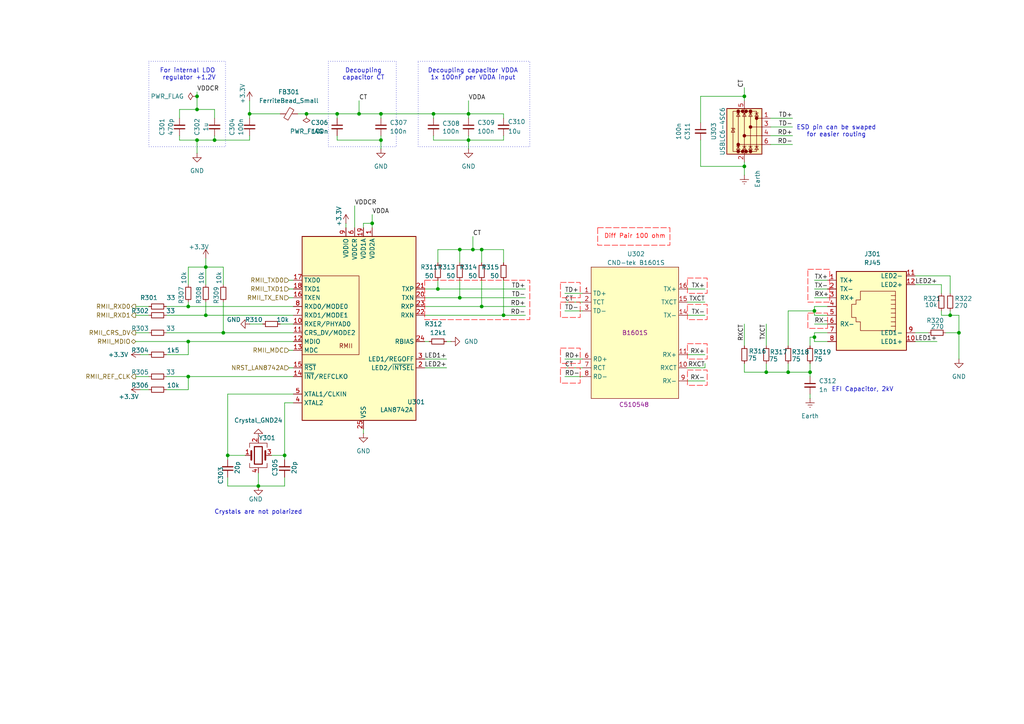
<source format=kicad_sch>
(kicad_sch (version 20231120) (generator "eeschema") (generator_version "8.0")
  (paper "A4")
  (lib_symbols
    (symbol "Connector:RJ45" (pin_names (offset 1.016))
      (property "Reference" "J1" (at 2.2225 -15.24 0))
      (property "Value" "RJ45" (at 2.2225 -12.7 0))
      (symbol "RJ45_0_1"
        (rectangle (start -7.62 12.7) (end 12.7 -10.16) (stroke (width 0.254)) (fill (type background)))
        (polyline (pts (xy -3.175 4.445) (xy -4.445 4.445)))
        (polyline (pts (xy -3.175 5.715) (xy -4.445 5.715)))
        (polyline (pts (xy -4.445 -3.175) (xy -3.175 -3.175) (xy -3.175 -3.175)))
        (polyline (pts (xy -4.445 -1.905) (xy -3.175 -1.905) (xy -3.175 -1.905)))
        (polyline (pts (xy -4.445 -0.635) (xy -3.175 -0.635) (xy -3.175 -0.635)))
        (polyline (pts (xy -4.445 0.635) (xy -3.175 0.635) (xy -3.175 0.635)))
        (polyline (pts (xy -4.445 1.905) (xy -3.175 1.905) (xy -3.175 1.905)))
        (polyline (pts (xy -3.175 3.175) (xy -4.445 3.175) (xy -4.445 3.175)))
        (polyline (pts (xy -4.445 -4.445) (xy -4.445 6.985) (xy 5.715 6.985) (xy 5.715 4.445) (xy 6.985 4.445) (xy 6.985 3.175) (xy 8.255 3.175) (xy 8.255 -0.635) (xy 6.985 -0.635) (xy 6.985 -1.905) (xy 5.715 -1.905) (xy 5.715 -4.445) (xy -4.445 -4.445) (xy -4.445 -4.445)))
      )
      (symbol "RJ45_1_1"
        (pin input line (at 15.24 -7.62 180) (length 2.54) (name "TX+") (number "1"))
        (pin bidirectional line (at -10.16 10.16 0) (length 2.54) (name "LED1+") (number "10"))
        (pin bidirectional line (at -10.16 -8.89 0) (length 2.54) (name "LED2-") (number "11"))
        (pin bidirectional line (at -10.16 -6.35 0) (length 2.54) (name "LED2+") (number "12"))
        (pin input line (at 15.24 -5.08 180) (length 2.54) (name "TX-") (number "2"))
        (pin output line (at 15.24 -2.54 180) (length 2.54) (name "RX+") (number "3"))
        (pin bidirectional line (at 15.24 0 180) (length 2.54) (name "~") (number "4"))
        (pin bidirectional line (at 15.24 2.54 180) (length 2.54) (name "~") (number "5"))
        (pin output line (at 15.24 5.08 180) (length 2.54) (name "RX-") (number "6"))
        (pin tri_state line (at 15.24 7.62 180) (length 2.54) (name "~") (number "7"))
        (pin bidirectional line (at 15.24 10.16 180) (length 2.54) (name "~") (number "8"))
        (pin bidirectional line (at -10.16 7.62 0) (length 2.54) (name "LED1-") (number "9"))
      )
    )
    (symbol "Device:C_Small" (pin_numbers hide) (pin_names (offset 0.254) hide)
      (property "Reference" "C" (at 0.254 1.778 0))
      (property "Value" "C_Small" (at 0.254 -2.032 0))
      (symbol "C_Small_0_1"
        (polyline (pts (xy -1.524 -0.508) (xy 1.524 -0.508)) (stroke (width 0.3302)))
        (polyline (pts (xy -1.524 0.508) (xy 1.524 0.508)) (stroke (width 0.3048)))
      )
      (symbol "C_Small_1_1"
        (pin passive line (at 0 2.54 270) (length 2.032) (name "~") (number "1"))
        (pin passive line (at 0 -2.54 90) (length 2.032) (name "~") (number "2"))
      )
    )
    (symbol "Device:Crystal_GND24" (pin_names (offset 1.016) hide)
      (property "Reference" "Y" (at 3.175 5.08 0))
      (property "Value" "Crystal_GND24" (at 3.175 3.175 0))
      (symbol "Crystal_GND24_0_1"
        (rectangle (start -1.143 2.54) (end 1.143 -2.54) (stroke (width 0.3048)))
        (polyline (pts (xy -2.54 0) (xy -2.032 0)))
        (polyline (pts (xy -2.032 -1.27) (xy -2.032 1.27)) (stroke (width 0.508)))
        (polyline (pts (xy 0 -3.81) (xy 0 -3.556)))
        (polyline (pts (xy 0 3.556) (xy 0 3.81)))
        (polyline (pts (xy 2.032 -1.27) (xy 2.032 1.27)) (stroke (width 0.508)))
        (polyline (pts (xy 2.032 0) (xy 2.54 0)))
        (polyline (pts (xy -2.54 -2.286) (xy -2.54 -3.556) (xy 2.54 -3.556) (xy 2.54 -2.286)))
        (polyline (pts (xy -2.54 2.286) (xy -2.54 3.556) (xy 2.54 3.556) (xy 2.54 2.286)))
      )
      (symbol "Crystal_GND24_1_1"
        (pin passive line (at -3.81 0 0) (length 1.27) (name "1") (number "1"))
        (pin passive line (at 0 5.08 270) (length 1.27) (name "2") (number "2"))
        (pin passive line (at 3.81 0 180) (length 1.27) (name "3") (number "3"))
        (pin passive line (at 0 -5.08 90) (length 1.27) (name "4") (number "4"))
      )
    )
    (symbol "Device:FerriteBead_Small" (pin_numbers hide) (pin_names (offset 0))
      (property "Reference" "FB" (at 1.905 1.27 0))
      (property "Value" "FerriteBead_Small" (at 1.905 -1.27 0))
      (symbol "FerriteBead_Small_0_1"
        (polyline (pts (xy 0 -1.27) (xy 0 -0.7874)))
        (polyline (pts (xy 0 0.889) (xy 0 1.2954)))
        (polyline (pts (xy -1.8288 0.2794) (xy -1.1176 1.4986) (xy 1.8288 -0.2032) (xy 1.1176 -1.4224) (xy -1.8288 0.2794)))
      )
      (symbol "FerriteBead_Small_1_1"
        (pin passive line (at 0 2.54 270) (length 1.27) (name "~") (number "1"))
        (pin passive line (at 0 -2.54 90) (length 1.27) (name "~") (number "2"))
      )
    )
    (symbol "Device:R_Small" (pin_numbers hide) (pin_names (offset 0.254) hide)
      (property "Reference" "R" (at 0.762 0.508 0))
      (property "Value" "R_Small" (at 0.762 -1.016 0))
      (symbol "R_Small_0_1"
        (rectangle (start -0.762 1.778) (end 0.762 -1.778) (stroke (width 0.2032)))
      )
      (symbol "R_Small_1_1"
        (pin passive line (at 0 2.54 270) (length 0.762) (name "~") (number "1"))
        (pin passive line (at 0 -2.54 90) (length 0.762) (name "~") (number "2"))
      )
    )
    (symbol "Interface_Ethernet:LAN8742A"
      (property "Reference" "U" (at -13.97 29.21 0))
      (property "Value" "LAN8742A" (at 15.24 29.21 0))
      (symbol "LAN8742A_0_0"
        (text "RMII" (at -5.08 -3.81 0) (effects (font (size 1.27 1.27))))
      )
      (symbol "LAN8742A_0_1"
        (rectangle (start -17.78 27.94) (end 15.24 -25.4) (stroke (width 0.254)) (fill (type background)))
        (polyline (pts (xy -17.78 -6.35) (xy -1.27 -6.35) (xy -1.27 16.51) (xy -17.78 16.51)))
      )
      (symbol "LAN8742A_1_1"
        (pin power_in line (at 2.54 30.48 270) (length 2.54) (name "VDD2A") (number "1"))
        (pin output line (at -20.32 2.54 0) (length 2.54) (name "RXER/PHYAD0") (number "10"))
        (pin bidirectional line (at -20.32 0 0) (length 2.54) (name "CRS_DV/MODE2") (number "11"))
        (pin bidirectional line (at -20.32 -2.54 0) (length 2.54) (name "MDIO") (number "12"))
        (pin input line (at -20.32 -5.08 0) (length 2.54) (name "MDC") (number "13"))
        (pin output line (at -20.32 -12.7 0) (length 2.54) (name "~{INT}/REFCLKO") (number "14"))
        (pin input line (at -20.32 -10.16 0) (length 2.54) (name "~{RST}") (number "15"))
        (pin input line (at -20.32 10.16 0) (length 2.54) (name "TXEN") (number "16"))
        (pin input line (at -20.32 15.24 0) (length 2.54) (name "TXD0") (number "17"))
        (pin input line (at -20.32 12.7 0) (length 2.54) (name "TXD1") (number "18"))
        (pin power_in line (at 0 30.48 270) (length 2.54) (name "VDD1A") (number "19"))
        (pin bidirectional line (at 17.78 -10.16 180) (length 2.54) (name "LED2/~{INTSEL}") (number "2"))
        (pin passive line (at 17.78 10.16 180) (length 2.54) (name "TXN") (number "20"))
        (pin passive line (at 17.78 12.7 180) (length 2.54) (name "TXP") (number "21"))
        (pin passive line (at 17.78 5.08 180) (length 2.54) (name "RXN") (number "22"))
        (pin passive line (at 17.78 7.62 180) (length 2.54) (name "RXP") (number "23"))
        (pin passive line (at 17.78 -2.54 180) (length 2.54) (name "RBIAS") (number "24"))
        (pin power_in line (at 0 -27.94 90) (length 2.54) (name "VSS") (number "25"))
        (pin bidirectional line (at 17.78 -7.62 180) (length 2.54) (name "LED1/REGOFF") (number "3"))
        (pin output line (at -20.32 -20.32 0) (length 2.54) (name "XTAL2") (number "4"))
        (pin input line (at -20.32 -17.78 0) (length 2.54) (name "XTAL1/CLKIN") (number "5"))
        (pin power_in line (at -2.54 30.48 270) (length 2.54) (name "VDDCR") (number "6"))
        (pin bidirectional line (at -20.32 5.08 0) (length 2.54) (name "RXD1/MODE1") (number "7"))
        (pin bidirectional line (at -20.32 7.62 0) (length 2.54) (name "RXD0/MODE0") (number "8"))
        (pin power_in line (at -5.08 30.48 270) (length 2.54) (name "VDDIO") (number "9"))
      )
    )
    (symbol "Librairie_MB:CND-tek_B1601S"
      (property "Reference" "U" (at 0 0 0))
      (symbol "CND-tek_B1601S_1_1"
        (rectangle (start -12.7 19.05) (end 12.7 -19.05) (fill (type background)))
        (pin input line (at -15.24 11.43 0) (length 2.54) (name "TD+") (number "1"))
        (pin input line (at 15.24 -10.16 180) (length 2.54) (name "RXCT") (number "10"))
        (pin input line (at 15.24 -6.35 180) (length 2.54) (name "RX+") (number "11"))
        (pin output line (at 15.24 5.08 180) (length 2.54) (name "TX-") (number "14"))
        (pin input line (at 15.24 8.89 180) (length 2.54) (name "TXCT") (number "15"))
        (pin output line (at 15.24 12.7 180) (length 2.54) (name "TX+") (number "16"))
        (pin input line (at -15.24 8.89 0) (length 2.54) (name "TCT") (number "2"))
        (pin input line (at -15.24 6.35 0) (length 2.54) (name "TD-") (number "3"))
        (pin output line (at -15.24 -7.62 0) (length 2.54) (name "RD+") (number "6"))
        (pin input line (at -15.24 -10.16 0) (length 2.54) (name "RCT") (number "7"))
        (pin output line (at -15.24 -12.7 0) (length 2.54) (name "RD-") (number "8"))
        (pin input line (at 15.24 -13.97 180) (length 2.54) (name "RX-") (number "9"))
      )
    )
    (symbol "Power_Protection:USBLC6-4SC6" (pin_names hide)
      (property "Reference" "U" (at 1.27 9.525 0))
      (property "Value" "USBLC6-4SC6" (at 1.27 6.985 0))
      (symbol "USBLC6-4SC6_0_0"
        (circle (center -3.556 2.54) (radius 0.0001) (stroke (width 0.508)))
        (circle (center -1.778 -7.112) (radius 0.0001) (stroke (width 0.508)))
        (circle (center -1.778 0) (radius 0.0001) (stroke (width 0.508)))
        (circle (center -1.778 4.572) (radius 0.0001) (stroke (width 0.508)))
        (circle (center -0.508 -7.112) (radius 0.0001) (stroke (width 0.508)))
        (circle (center -0.508 4.572) (radius 0.0001) (stroke (width 0.508)))
        (circle (center 0 -2.54) (radius 0.0001) (stroke (width 0.508)))
        (circle (center 0.508 -7.112) (radius 0.0001) (stroke (width 0.508)))
        (circle (center 0.508 4.572) (radius 0.0001) (stroke (width 0.508)))
        (circle (center 1.778 -7.112) (radius 0.0001) (stroke (width 0.508)))
        (circle (center 1.778 -5.08) (radius 0.0001) (stroke (width 0.508)))
        (circle (center 1.778 4.572) (radius 0.0001) (stroke (width 0.508)))
      )
      (symbol "USBLC6-4SC6_0_1"
        (polyline (pts (xy -5.08 -5.08) (xy 1.778 -5.08)))
        (polyline (pts (xy -5.08 -2.54) (xy 0 -2.54)))
        (polyline (pts (xy -5.08 0) (xy -1.778 0)))
        (polyline (pts (xy -5.08 2.54) (xy -3.556 2.54)))
        (polyline (pts (xy -4.064 -5.588) (xy -3.048 -5.588)))
        (polyline (pts (xy -3.048 4.064) (xy -4.064 4.064)))
        (polyline (pts (xy -2.286 -5.588) (xy -1.27 -5.588)))
        (polyline (pts (xy -2.286 4.064) (xy -1.27 4.064)))
        (polyline (pts (xy -0.508 -5.588) (xy 0.508 -5.588)))
        (polyline (pts (xy 0 5.08) (xy 0.508 4.572)))
        (polyline (pts (xy 0.508 -7.112) (xy -0.508 -7.112)))
        (polyline (pts (xy 0.508 4.064) (xy -0.508 4.064)))
        (polyline (pts (xy 1.27 4.064) (xy 2.286 4.064)))
        (polyline (pts (xy 2.286 -5.588) (xy 1.27 -5.588)))
        (polyline (pts (xy 2.794 -0.762) (xy 2.794 -0.381) (xy 3.81 -0.381)))
        (polyline (pts (xy -4.064 3.048) (xy -3.048 3.048) (xy -3.556 4.064) (xy -4.064 3.048)))
        (polyline (pts (xy -3.048 -6.604) (xy -4.064 -6.604) (xy -3.556 -5.588) (xy -3.048 -6.604)))
        (polyline (pts (xy -1.27 -6.604) (xy -2.286 -6.604) (xy -1.778 -5.588) (xy -1.27 -6.604)))
        (polyline (pts (xy -1.27 3.048) (xy -2.286 3.048) (xy -1.778 4.064) (xy -1.27 3.048)))
        (polyline (pts (xy -0.508 -6.604) (xy 0.508 -6.604) (xy 0 -5.588) (xy -0.508 -6.604)))
        (polyline (pts (xy -0.508 3.048) (xy 0.508 3.048) (xy 0 4.064) (xy -0.508 3.048)))
        (polyline (pts (xy 1.27 -6.604) (xy 2.286 -6.604) (xy 1.778 -5.588) (xy 1.27 -6.604)))
        (polyline (pts (xy 1.778 4.572) (xy 3.302 4.572) (xy 3.302 -7.112) (xy 1.778 -7.112)))
        (polyline (pts (xy 2.286 3.048) (xy 1.27 3.048) (xy 1.778 4.064) (xy 2.286 3.048)))
        (polyline (pts (xy 3.81 -1.524) (xy 2.794 -1.524) (xy 3.302 -0.508) (xy 3.81 -1.524)))
      )
      (symbol "USBLC6-4SC6_1_1"
        (rectangle (start -5.08 5.334) (end 5.08 -7.874) (stroke (width 0.254)) (fill (type background)))
        (polyline (pts (xy -1.778 4.572) (xy -3.556 4.572) (xy -3.556 -7.112) (xy -1.778 -7.112)))
        (polyline (pts (xy -0.508 4.572) (xy 1.778 4.572) (xy 1.778 -7.112) (xy 0.508 -7.112)))
        (polyline (pts (xy 0.508 -7.112) (xy 0 -6.604) (xy 0 4.064) (xy -0.508 4.572)))
        (polyline (pts (xy 0 -7.62) (xy -0.508 -7.112) (xy -1.778 -7.112) (xy -1.778 4.572) (xy -0.508 4.572)))
        (pin passive line (at -7.62 2.54 0) (length 2.54) (name "I/O1") (number "1"))
        (pin passive line (at 0 -10.16 90) (length 2.54) (name "GND") (number "2"))
        (pin passive line (at -7.62 0 0) (length 2.54) (name "I/O2") (number "3"))
        (pin passive line (at -7.62 -2.54 0) (length 2.54) (name "I/O3") (number "4"))
        (pin passive line (at 0 7.62 270) (length 2.54) (name "VBUS") (number "5"))
        (pin passive line (at -7.62 -5.08 0) (length 2.54) (name "I/O4") (number "6"))
      )
    )
    (symbol "power:+3.3V" (power) (pin_numbers hide) (pin_names (offset 0) hide)
      (property "Value" "+3.3V" (at 0 3.556 0))
      (symbol "+3.3V_0_1"
        (polyline (pts (xy -0.762 1.27) (xy 0 2.54)))
        (polyline (pts (xy 0 0) (xy 0 2.54)))
        (polyline (pts (xy 0 2.54) (xy 0.762 1.27)))
      )
      (symbol "+3.3V_1_1"
        (pin power_in line (at 0 0 90) (length 0) (name "~") (number "1"))
      )
    )
    (symbol "power:Earth" (power) (pin_numbers hide) (pin_names (offset 0) hide)
      (property "Value" "Earth" (at 0 -3.81 0))
      (symbol "Earth_0_1"
        (polyline (pts (xy -0.635 -1.905) (xy 0.635 -1.905)))
        (polyline (pts (xy -0.127 -2.54) (xy 0.127 -2.54)))
        (polyline (pts (xy 0 -1.27) (xy 0 0)))
        (polyline (pts (xy 1.27 -1.27) (xy -1.27 -1.27)))
      )
      (symbol "Earth_1_1"
        (pin power_in line (at 0 0 270) (length 0) (name "~") (number "1"))
      )
    )
    (symbol "power:GND" (power) (pin_numbers hide) (pin_names (offset 0) hide)
      (property "Value" "GND" (at 0 -3.81 0))
      (symbol "GND_0_1"
        (polyline (pts (xy 0 0) (xy 0 -1.27) (xy 1.27 -1.27) (xy 0 -2.54) (xy -1.27 -1.27) (xy 0 -1.27)))
      )
      (symbol "GND_1_1"
        (pin power_in line (at 0 0 270) (length 0) (name "~") (number "1"))
      )
    )
    (symbol "power:PWR_FLAG" (power) (pin_numbers hide) (pin_names (offset 0) hide)
      (property "Value" "PWR_FLAG" (at 0 3.81 0))
      (symbol "PWR_FLAG_0_0"
        (pin power_out line (at 0 0 90) (length 0) (name "~") (number "1"))
      )
      (symbol "PWR_FLAG_0_1"
        (polyline (pts (xy 0 0) (xy 0 1.27) (xy -1.016 1.905) (xy 0 2.54) (xy 1.016 1.905) (xy 0 1.27)))
      )
    )
  )
  (junction (at 133.35 72.39))
  (junction (at 104.14 33.02))
  (junction (at 59.69 77.47))
  (junction (at 82.55 132.08))
  (junction (at 54.61 109.22))
  (junction (at 139.7 72.39))
  (junction (at 236.22 97.79))
  (junction (at 57.15 31.75))
  (junction (at 110.49 40.64))
  (junction (at 54.61 99.06))
  (junction (at 72.39 33.02))
  (junction (at 62.23 40.64))
  (junction (at 97.79 33.02))
  (junction (at 234.95 107.95))
  (junction (at 222.25 107.95))
  (junction (at 139.7 88.9))
  (junction (at 88.9 33.02))
  (junction (at 107.95 64.77))
  (junction (at 135.89 33.02))
  (junction (at 110.49 33.02))
  (junction (at 133.35 86.36))
  (junction (at 54.61 88.9))
  (junction (at 127 83.82))
  (junction (at 278.13 96.52))
  (junction (at 125.73 33.02))
  (junction (at 64.77 96.52))
  (junction (at 228.6 107.95))
  (junction (at 146.05 91.44))
  (junction (at 215.9 48.26))
  (junction (at 275.59 91.44))
  (junction (at 137.16 72.39))
  (junction (at 135.89 40.64))
  (junction (at 57.15 40.64))
  (junction (at 57.15 27.94))
  (junction (at 74.93 140.97))
  (junction (at 66.04 132.08))
  (junction (at 215.9 27.94))
  (junction (at 59.69 91.44))
  (junction (at 236.22 90.17))
  (wire (pts (xy 62.23 31.75) (xy 62.23 34.29)))
  (wire (pts (xy 204.47 87.63) (xy 199.39 87.63)))
  (wire (pts (xy 135.89 33.02) (xy 125.73 33.02)))
  (wire (pts (xy 110.49 40.64) (xy 110.49 43.18)))
  (wire (pts (xy 199.39 91.44) (xy 204.47 91.44)))
  (wire (pts (xy 278.13 91.44) (xy 275.59 91.44)))
  (wire (pts (xy 39.37 99.06) (xy 54.61 99.06)))
  (wire (pts (xy 139.7 81.28) (xy 139.7 88.9)))
  (wire (pts (xy 203.2 35.56) (xy 203.2 27.94)))
  (wire (pts (xy 133.35 86.36) (xy 152.4 86.36)))
  (wire (pts (xy 127 72.39) (xy 133.35 72.39)))
  (wire (pts (xy 97.79 39.37) (xy 97.79 40.64)))
  (wire (pts (xy 127 83.82) (xy 152.4 83.82)))
  (wire (pts (xy 228.6 90.17) (xy 228.6 100.33)))
  (wire (pts (xy 133.35 81.28) (xy 133.35 86.36)))
  (wire (pts (xy 104.14 33.02) (xy 110.49 33.02)))
  (wire (pts (xy 125.73 34.29) (xy 125.73 33.02)))
  (wire (pts (xy 278.13 91.44) (xy 278.13 96.52)))
  (wire (pts (xy 133.35 72.39) (xy 137.16 72.39)))
  (wire (pts (xy 102.87 59.69) (xy 102.87 66.04)))
  (wire (pts (xy 234.95 97.79) (xy 234.95 100.33)))
  (wire (pts (xy 265.43 96.52) (xy 269.24 96.52)))
  (wire (pts (xy 64.77 96.52) (xy 85.09 96.52)))
  (wire (pts (xy 137.16 68.58) (xy 137.16 72.39)))
  (wire (pts (xy 215.9 93.98) (xy 215.9 100.33)))
  (wire (pts (xy 52.07 34.29) (xy 52.07 31.75)))
  (wire (pts (xy 129.54 99.06) (xy 130.81 99.06)))
  (wire (pts (xy 163.83 106.68) (xy 168.91 106.68)))
  (wire (pts (xy 105.41 64.77) (xy 107.95 64.77)))
  (wire (pts (xy 139.7 72.39) (xy 146.05 72.39)))
  (wire (pts (xy 215.9 27.94) (xy 215.9 29.21)))
  (wire (pts (xy 199.39 102.87) (xy 204.47 102.87)))
  (wire (pts (xy 40.64 113.03) (xy 43.18 113.03)))
  (wire (pts (xy 222.25 107.95) (xy 222.25 105.41)))
  (wire (pts (xy 105.41 66.04) (xy 105.41 64.77)))
  (wire (pts (xy 82.55 138.43) (xy 82.55 140.97)))
  (wire (pts (xy 57.15 31.75) (xy 62.23 31.75)))
  (wire (pts (xy 137.16 72.39) (xy 139.7 72.39)))
  (wire (pts (xy 203.2 27.94) (xy 215.9 27.94)))
  (wire (pts (xy 57.15 27.94) (xy 57.15 31.75)))
  (wire (pts (xy 66.04 138.43) (xy 66.04 140.97)))
  (wire (pts (xy 236.22 81.28) (xy 240.03 81.28)))
  (wire (pts (xy 66.04 114.3) (xy 85.09 114.3)))
  (wire (pts (xy 123.19 106.68) (xy 129.54 106.68)))
  (wire (pts (xy 59.69 91.44) (xy 85.09 91.44)))
  (wire (pts (xy 107.95 62.23) (xy 107.95 64.77)))
  (wire (pts (xy 81.28 93.98) (xy 85.09 93.98)))
  (wire (pts (xy 223.52 36.83) (xy 229.87 36.83)))
  (wire (pts (xy 274.32 96.52) (xy 278.13 96.52)))
  (wire (pts (xy 223.52 41.91) (xy 229.87 41.91)))
  (wire (pts (xy 74.93 137.16) (xy 74.93 140.97)))
  (wire (pts (xy 234.95 107.95) (xy 234.95 105.41)))
  (wire (pts (xy 215.9 107.95) (xy 222.25 107.95)))
  (wire (pts (xy 236.22 99.06) (xy 240.03 99.06)))
  (wire (pts (xy 146.05 39.37) (xy 146.05 40.64)))
  (wire (pts (xy 146.05 72.39) (xy 146.05 76.2)))
  (wire (pts (xy 52.07 40.64) (xy 57.15 40.64)))
  (wire (pts (xy 236.22 90.17) (xy 236.22 91.44)))
  (wire (pts (xy 236.22 90.17) (xy 228.6 90.17)))
  (wire (pts (xy 110.49 33.02) (xy 110.49 34.29)))
  (wire (pts (xy 199.39 110.49) (xy 204.47 110.49)))
  (wire (pts (xy 222.25 107.95) (xy 228.6 107.95)))
  (wire (pts (xy 236.22 93.98) (xy 240.03 93.98)))
  (wire (pts (xy 133.35 72.39) (xy 133.35 76.2)))
  (wire (pts (xy 127 76.2) (xy 127 72.39)))
  (wire (pts (xy 48.26 88.9) (xy 54.61 88.9)))
  (wire (pts (xy 59.69 87.63) (xy 59.69 91.44)))
  (wire (pts (xy 54.61 109.22) (xy 54.61 113.03)))
  (wire (pts (xy 271.78 99.06) (xy 265.43 99.06)))
  (wire (pts (xy 104.14 29.21) (xy 104.14 33.02)))
  (wire (pts (xy 163.83 104.14) (xy 168.91 104.14)))
  (wire (pts (xy 146.05 34.29) (xy 146.05 33.02)))
  (wire (pts (xy 88.9 33.02) (xy 97.79 33.02)))
  (wire (pts (xy 215.9 107.95) (xy 215.9 105.41)))
  (wire (pts (xy 123.19 99.06) (xy 124.46 99.06)))
  (wire (pts (xy 234.95 107.95) (xy 234.95 109.22)))
  (wire (pts (xy 48.26 96.52) (xy 64.77 96.52)))
  (wire (pts (xy 100.33 64.77) (xy 100.33 66.04)))
  (wire (pts (xy 57.15 26.67) (xy 57.15 27.94)))
  (wire (pts (xy 265.43 80.01) (xy 275.59 80.01)))
  (wire (pts (xy 215.9 48.26) (xy 203.2 48.26)))
  (wire (pts (xy 39.37 109.22) (xy 43.18 109.22)))
  (wire (pts (xy 54.61 99.06) (xy 85.09 99.06)))
  (wire (pts (xy 39.37 88.9) (xy 43.18 88.9)))
  (wire (pts (xy 86.36 33.02) (xy 88.9 33.02)))
  (wire (pts (xy 48.26 113.03) (xy 54.61 113.03)))
  (wire (pts (xy 240.03 96.52) (xy 236.22 96.52)))
  (wire (pts (xy 240.03 88.9) (xy 236.22 88.9)))
  (wire (pts (xy 123.19 88.9) (xy 139.7 88.9)))
  (wire (pts (xy 72.39 33.02) (xy 81.28 33.02)))
  (wire (pts (xy 59.69 77.47) (xy 64.77 77.47)))
  (wire (pts (xy 135.89 33.02) (xy 146.05 33.02)))
  (wire (pts (xy 85.09 81.28) (xy 83.82 81.28)))
  (wire (pts (xy 204.47 106.68) (xy 204.47 105.41)))
  (wire (pts (xy 146.05 81.28) (xy 146.05 91.44)))
  (wire (pts (xy 54.61 109.22) (xy 85.09 109.22)))
  (wire (pts (xy 236.22 96.52) (xy 236.22 97.79)))
  (wire (pts (xy 139.7 88.9) (xy 152.4 88.9)))
  (wire (pts (xy 64.77 77.47) (xy 64.77 82.55)))
  (wire (pts (xy 139.7 72.39) (xy 139.7 76.2)))
  (wire (pts (xy 123.19 83.82) (xy 127 83.82)))
  (wire (pts (xy 83.82 101.6) (xy 85.09 101.6)))
  (wire (pts (xy 64.77 87.63) (xy 64.77 96.52)))
  (wire (pts (xy 123.19 104.14) (xy 129.54 104.14)))
  (wire (pts (xy 105.41 124.46) (xy 105.41 125.73)))
  (wire (pts (xy 43.18 91.44) (xy 39.37 91.44)))
  (wire (pts (xy 199.39 106.68) (xy 204.47 106.68)))
  (wire (pts (xy 74.93 140.97) (xy 66.04 140.97)))
  (wire (pts (xy 199.39 83.82) (xy 204.47 83.82)))
  (wire (pts (xy 82.55 132.08) (xy 82.55 133.35)))
  (wire (pts (xy 72.39 93.98) (xy 76.2 93.98)))
  (wire (pts (xy 54.61 77.47) (xy 54.61 82.55)))
  (wire (pts (xy 57.15 40.64) (xy 62.23 40.64)))
  (wire (pts (xy 97.79 33.02) (xy 104.14 33.02)))
  (wire (pts (xy 97.79 40.64) (xy 110.49 40.64)))
  (wire (pts (xy 52.07 40.64) (xy 52.07 39.37)))
  (wire (pts (xy 273.05 91.44) (xy 275.59 91.44)))
  (wire (pts (xy 135.89 34.29) (xy 135.89 33.02)))
  (wire (pts (xy 275.59 90.17) (xy 275.59 91.44)))
  (wire (pts (xy 163.83 90.17) (xy 168.91 90.17)))
  (wire (pts (xy 85.09 116.84) (xy 82.55 116.84)))
  (wire (pts (xy 85.09 83.82) (xy 83.82 83.82)))
  (wire (pts (xy 273.05 82.55) (xy 265.43 82.55)))
  (wire (pts (xy 85.09 106.68) (xy 83.82 106.68)))
  (wire (pts (xy 54.61 87.63) (xy 54.61 88.9)))
  (wire (pts (xy 146.05 91.44) (xy 123.19 91.44)))
  (wire (pts (xy 97.79 33.02) (xy 97.79 34.29)))
  (wire (pts (xy 222.25 93.98) (xy 222.25 100.33)))
  (wire (pts (xy 228.6 107.95) (xy 234.95 107.95)))
  (wire (pts (xy 278.13 96.52) (xy 278.13 104.14)))
  (wire (pts (xy 135.89 29.21) (xy 135.89 33.02)))
  (wire (pts (xy 72.39 40.64) (xy 72.39 39.37)))
  (wire (pts (xy 59.69 74.93) (xy 59.69 77.47)))
  (wire (pts (xy 66.04 132.08) (xy 71.12 132.08)))
  (wire (pts (xy 234.95 97.79) (xy 236.22 97.79)))
  (wire (pts (xy 273.05 90.17) (xy 273.05 91.44)))
  (wire (pts (xy 54.61 102.87) (xy 54.61 99.06)))
  (wire (pts (xy 39.37 96.52) (xy 43.18 96.52)))
  (wire (pts (xy 236.22 91.44) (xy 240.03 91.44)))
  (wire (pts (xy 107.95 64.77) (xy 107.95 66.04)))
  (wire (pts (xy 236.22 88.9) (xy 236.22 90.17)))
  (wire (pts (xy 66.04 114.3) (xy 66.04 132.08)))
  (wire (pts (xy 163.83 85.09) (xy 168.91 85.09)))
  (wire (pts (xy 62.23 40.64) (xy 72.39 40.64)))
  (wire (pts (xy 59.69 77.47) (xy 59.69 82.55)))
  (wire (pts (xy 72.39 33.02) (xy 72.39 34.29)))
  (wire (pts (xy 236.22 83.82) (xy 240.03 83.82)))
  (wire (pts (xy 127 81.28) (xy 127 83.82)))
  (wire (pts (xy 146.05 91.44) (xy 152.4 91.44)))
  (wire (pts (xy 234.95 114.3) (xy 234.95 115.57)))
  (wire (pts (xy 135.89 40.64) (xy 146.05 40.64)))
  (wire (pts (xy 54.61 77.47) (xy 59.69 77.47)))
  (wire (pts (xy 82.55 116.84) (xy 82.55 132.08)))
  (wire (pts (xy 168.91 87.63) (xy 163.83 87.63)))
  (wire (pts (xy 215.9 48.26) (xy 215.9 46.99)))
  (wire (pts (xy 54.61 88.9) (xy 85.09 88.9)))
  (wire (pts (xy 228.6 107.95) (xy 228.6 105.41)))
  (wire (pts (xy 275.59 80.01) (xy 275.59 85.09)))
  (wire (pts (xy 62.23 40.64) (xy 62.23 39.37)))
  (wire (pts (xy 48.26 102.87) (xy 54.61 102.87)))
  (wire (pts (xy 236.22 86.36) (xy 240.03 86.36)))
  (wire (pts (xy 215.9 25.4) (xy 215.9 27.94)))
  (wire (pts (xy 52.07 31.75) (xy 57.15 31.75)))
  (wire (pts (xy 203.2 40.64) (xy 203.2 48.26)))
  (wire (pts (xy 57.15 44.45) (xy 57.15 40.64)))
  (wire (pts (xy 110.49 33.02) (xy 125.73 33.02)))
  (wire (pts (xy 223.52 39.37) (xy 229.87 39.37)))
  (wire (pts (xy 40.64 102.87) (xy 43.18 102.87)))
  (wire (pts (xy 236.22 97.79) (xy 236.22 99.06)))
  (wire (pts (xy 125.73 40.64) (xy 135.89 40.64)))
  (wire (pts (xy 72.39 29.21) (xy 72.39 33.02)))
  (wire (pts (xy 163.83 109.22) (xy 168.91 109.22)))
  (wire (pts (xy 273.05 85.09) (xy 273.05 82.55)))
  (wire (pts (xy 223.52 34.29) (xy 229.87 34.29)))
  (wire (pts (xy 110.49 39.37) (xy 110.49 40.64)))
  (wire (pts (xy 123.19 86.36) (xy 133.35 86.36)))
  (wire (pts (xy 74.93 140.97) (xy 82.55 140.97)))
  (wire (pts (xy 83.82 86.36) (xy 85.09 86.36)))
  (wire (pts (xy 215.9 50.8) (xy 215.9 48.26)))
  (wire (pts (xy 135.89 39.37) (xy 135.89 40.64)))
  (wire (pts (xy 48.26 109.22) (xy 54.61 109.22)))
  (wire (pts (xy 78.74 132.08) (xy 82.55 132.08)))
  (wire (pts (xy 135.89 40.64) (xy 135.89 43.18)))
  (wire (pts (xy 125.73 39.37) (xy 125.73 40.64)))
  (wire (pts (xy 48.26 91.44) (xy 59.69 91.44)))
  (wire (pts (xy 66.04 133.35) (xy 66.04 132.08)))
  (rectangle (start 199.39 88.265) (end 205.105 92.71) (stroke (width 0) (type dash) (color 255 0 0 1)))
  (rectangle (start 199.39 80.645) (end 205.105 85.09) (stroke (width 0) (type dash) (color 255 0 0 1)))
  (rectangle (start 199.39 107.315) (end 205.105 111.76) (stroke (width 0) (type dash) (color 255 0 0 1)))
  (rectangle (start 234.315 90.805) (end 240.03 95.25) (stroke (width 0) (type dash) (color 255 0 0 1)))
  (rectangle (start 173.355 66.04) (end 194.31 71.12) (stroke (width 0) (type dash) (color 255 0 0 1)))
  (rectangle (start 43.18 17.78) (end 65.405 42.545) (stroke (width 0) (type dot)))
  (rectangle (start 95.25 17.78) (end 114.935 42.545) (stroke (width 0) (type dot)))
  (rectangle (start 121.285 17.78) (end 153.67 42.545) (stroke (width 0) (type dot)))
  (rectangle (start 162.56 87.63) (end 168.275 92.075) (stroke (width 0) (type dash) (color 255 0 0 1)))
  (rectangle (start 199.39 99.695) (end 205.105 104.14) (stroke (width 0) (type dash) (color 255 0 0 1)))
  (rectangle (start 234.315 78.105) (end 240.665 87.63) (stroke (width 0) (type dash) (color 255 0 0 1)))
  (rectangle (start 123.19 81.28) (end 153.67 92.71) (stroke (width 0) (type dash) (color 255 0 0 1)))
  (rectangle (start 162.56 100.965) (end 168.275 105.41) (stroke (width 0) (type dash) (color 255 0 0 1)))
  (rectangle (start 162.56 106.68) (end 168.275 111.125) (stroke (width 0) (type dash) (color 255 0 0 1)))
  (rectangle (start 162.56 81.915) (end 168.275 86.36) (stroke (width 0) (type dash) (color 255 0 0 1)))
  (text "ESD pin can be swaped\nfor easier routing" (at 242.57 38.1 0) (effects (font (size 1.27 1.27))))
  (text "Decoupling\ncapacitor CT" (at 105.41 21.59 0) (effects (font (size 1.27 1.27))))
  (text "For internal LDO \nregulator +1.2V" (at 54.864 21.59 0) (effects (font (size 1.27 1.27))))
  (text "Crystals are not polarized" (at 74.93 148.59 0) (effects (font (size 1.27 1.27))))
  (text "EFI Capacitor, 2kV" (at 250.19 113.03 0) (effects (font (size 1.27 1.27))))
  (text "Decoupling capacitor VDDA\n1x 100nF per VDDA input" (at 137.16 21.59 0) (effects (font (size 1.27 1.27))))
  (text "Diff Pair 100 ohm" (at 184.15 68.58 0) (effects (font (size 1.27 1.27))))
  (label "CT" (at 163.83 87.63 0))
  (label "TD+" (at 229.87 34.29 180))
  (label "TX+" (at 204.47 83.82 180))
  (label "TXCT" (at 204.47 87.63 180))
  (label "LED2+" (at 265.43 82.55 0))
  (label "TD+" (at 163.83 85.09 0))
  (label "RD-" (at 229.87 41.91 180))
  (label "TD+" (at 152.4 83.82 180))
  (label "RXCT" (at 204.47 106.68 180))
  (label "RX-" (at 236.22 93.98 0))
  (label "TD-" (at 229.87 36.83 180))
  (label "LED1+" (at 271.78 99.06 180))
  (label "RD-" (at 163.83 109.22 0))
  (label "TD-" (at 152.4 86.36 180))
  (label "TX+" (at 236.22 81.28 0))
  (label "LED1+" (at 129.54 104.14 180))
  (label "RD+" (at 229.87 39.37 180))
  (label "TX-" (at 204.47 91.44 180))
  (label "RXCT" (at 215.9 93.98 270))
  (label "TXCT" (at 222.25 93.98 270))
  (label "VDDA" (at 135.89 29.21 0))
  (label "RX+" (at 204.47 102.87 180))
  (label "CT" (at 215.9 25.4 90))
  (label "TD-" (at 163.83 90.17 0))
  (label "RX-" (at 204.47 110.49 180))
  (label "VDDCR" (at 57.15 26.67 0))
  (label "CT" (at 163.83 106.68 0))
  (label "CT" (at 104.14 29.21 0))
  (label "RD+" (at 152.4 88.9 180))
  (label "TX-" (at 236.22 83.82 0))
  (label "LED2+" (at 129.54 106.68 180))
  (label "RX+" (at 236.22 86.36 0))
  (label "CT" (at 137.16 68.58 0))
  (label "RD-" (at 152.4 91.44 180))
  (label "VDDA" (at 107.95 62.23 0))
  (label "VDDCR" (at 102.87 59.69 0))
  (label "RD+" (at 163.83 104.14 0))
  (hierarchical_label "RMII_MDIO" (shape bidirectional) (at 39.37 99.06 180))
  (hierarchical_label "RMII_TXD0" (shape input) (at 83.82 81.28 180))
  (hierarchical_label "RMII_TX_EN" (shape input) (at 83.82 86.36 180))
  (hierarchical_label "RMII_MDC" (shape input) (at 83.82 101.6 180))
  (hierarchical_label "NRST_LAN8742A" (shape input) (at 83.82 106.68 180))
  (hierarchical_label "RMII_RXD0" (shape output) (at 39.37 88.9 180))
  (hierarchical_label "RMII_TXD1" (shape input) (at 83.82 83.82 180))
  (hierarchical_label "RMII_REF_CLK" (shape output) (at 39.37 109.22 180))
  (hierarchical_label "RMII_RXD1" (shape output) (at 39.37 91.44 180))
  (hierarchical_label "RMII_CRS_DV" (shape output) (at 39.37 96.52 180))
  (symbol (lib_id "Device:R_Small") (at 139.7 78.74 180) (unit 1)
    (property "Reference" "R314" (at 138.43 77.47 0) (effects (justify left)))
    (property "Value" "50" (at 138.43 80.01 0) (effects (justify left)))
    (property "Footprint" "Resistor_SMD:R_0402_1005Metric" (effects (hide yes)))
    (property "Description" "Resistor, small symbol" (effects (hide yes)))
  )
  (symbol (lib_id "Device:R_Small") (at 45.72 102.87 90) (unit 1)
    (property "Reference" "R304" (at 43.18 101.6 90) (effects (justify left)))
    (property "Value" "1k5" (at 52.07 101.6 90) (effects (justify left)))
    (property "Footprint" "Resistor_SMD:R_0402_1005Metric" (effects (hide yes)))
    (property "Description" "Resistor, small symbol" (effects (hide yes)))
  )
  (symbol (lib_id "power:+3.3V") (at 40.64 102.87 90) (unit 1)
    (property "Reference" "#PWR0301" (effects (hide yes)))
    (property "Value" "+3.3V" (at 34.29 102.87 90))
    (property "Description" "Power symbol creates a global label with name \"+3.3V\"" (effects (hide yes)))
  )
  (symbol (lib_id "Device:R_Small") (at 215.9 102.87 0) (unit 1)
    (property "Reference" "R316" (at 217.17 101.854 0) (effects (justify left)))
    (property "Value" "75" (at 216.916 103.886 0) (effects (justify left)))
    (property "Footprint" "Resistor_SMD:R_0402_1005Metric" (effects (hide yes)))
    (property "Description" "Resistor, small symbol" (effects (hide yes)))
  )
  (symbol (lib_id "Device:R_Small") (at 127 78.74 0) (unit 1)
    (property "Reference" "R311" (at 121.92 77.47 0) (effects (justify left)))
    (property "Value" "50" (at 123.19 80.01 0) (effects (justify left)))
    (property "Footprint" "Resistor_SMD:R_0402_1005Metric" (effects (hide yes)))
    (property "Description" "Resistor, small symbol" (effects (hide yes)))
  )
  (symbol (lib_id "Device:C_Small") (at 203.2 38.1 0) (unit 1)
    (property "Reference" "C311" (at 199.39 38.1 90))
    (property "Value" "100n" (at 196.85 38.1 90))
    (property "Footprint" "Capacitor_SMD:C_0402_1005Metric" (effects (hide yes)))
    (property "Description" "Unpolarized capacitor, small symbol" (effects (hide yes)))
  )
  (symbol (lib_id "Device:C_Small") (at 135.89 36.83 0) (unit 1)
    (property "Reference" "C309" (at 138.43 35.56 0) (effects (justify left)))
    (property "Value" "100n" (at 138.43 38.1 0) (effects (justify left)))
    (property "Footprint" "Capacitor_SMD:C_0402_1005Metric" (effects (hide yes)))
    (property "Description" "Unpolarized capacitor, small symbol" (effects (hide yes)))
  )
  (symbol (lib_id "Device:R_Small") (at 146.05 78.74 180) (unit 1)
    (property "Reference" "R315" (at 144.78 77.47 0) (effects (justify left)))
    (property "Value" "50" (at 144.78 80.01 0) (effects (justify left)))
    (property "Footprint" "Resistor_SMD:R_0402_1005Metric" (effects (hide yes)))
    (property "Description" "Resistor, small symbol" (effects (hide yes)))
  )
  (symbol (lib_id "power:GND") (at 130.81 99.06 90) (unit 1)
    (property "Reference" "#PWR0312" (effects (hide yes)))
    (property "Value" "GND" (at 134.62 99.0599 90) (effects (justify right)))
    (property "Description" "Power symbol creates a global label with name \"GND\" , ground" (effects (hide yes)))
  )
  (symbol (lib_id "Device:C_Small") (at 62.23 36.83 0) (unit 1)
    (property "Reference" "C302" (at 57.15 36.83 90))
    (property "Value" "1u" (at 59.69 36.83 90))
    (property "Footprint" "Capacitor_SMD:C_0402_1005Metric" (effects (hide yes)))
    (property "Description" "Unpolarized capacitor, small symbol" (effects (hide yes)))
  )
  (symbol (lib_id "power:+3.3V") (at 59.69 74.93 0) (unit 1)
    (property "Reference" "#PWR0304" (effects (hide yes)))
    (property "Value" "+3.3V" (at 57.658 71.628 0))
    (property "Description" "Power symbol creates a global label with name \"+3.3V\"" (effects (hide yes)))
  )
  (symbol (lib_id "power:GND") (at 278.13 104.14 0) (unit 1)
    (property "Reference" "#PWR0316" (effects (hide yes)))
    (property "Value" "GND" (at 278.13 109.22 0))
    (property "Description" "Power symbol creates a global label with name \"GND\" , ground" (effects (hide yes)))
  )
  (symbol (lib_id "power:Earth") (at 215.9 50.8 0) (unit 1)
    (property "Reference" "#PWR0314" (effects (hide yes)))
    (property "Value" "Earth" (at 219.71 49.276 90) (effects (justify right)))
    (property "Description" "Power symbol creates a global label with name \"Earth\"" (effects (hide yes)))
  )
  (symbol (lib_id "power:GND") (at 135.89 43.18 0) (unit 1)
    (property "Reference" "#PWR0313" (effects (hide yes)))
    (property "Value" "GND" (at 135.89 48.26 0))
    (property "Description" "Power symbol creates a global label with name \"GND\" , ground" (effects (hide yes)))
  )
  (symbol (lib_id "Device:R_Small") (at 133.35 78.74 180) (unit 1)
    (property "Reference" "R313" (at 132.08 77.47 0) (effects (justify left)))
    (property "Value" "50" (at 132.08 80.01 0) (effects (justify left)))
    (property "Footprint" "Resistor_SMD:R_0402_1005Metric" (effects (hide yes)))
    (property "Description" "Resistor, small symbol" (effects (hide yes)))
  )
  (symbol (lib_id "Device:C_Small") (at 82.55 135.89 180) (unit 1)
    (property "Reference" "C305" (at 79.756 135.636 90))
    (property "Value" "20p" (at 85.344 135.636 90))
    (property "Footprint" "Capacitor_SMD:C_0402_1005Metric" (effects (hide yes)))
    (property "Description" "Unpolarized capacitor, small symbol" (effects (hide yes)))
  )
  (symbol (lib_id "Device:R_Small") (at 78.74 93.98 90) (unit 1)
    (property "Reference" "R310" (at 76.2 92.71 90) (effects (justify left)))
    (property "Value" "10k" (at 83.82 92.71 90) (effects (justify left)))
    (property "Footprint" "Resistor_SMD:R_0402_1005Metric" (effects (hide yes)))
    (property "Description" "Resistor, small symbol" (effects (hide yes)))
  )
  (symbol (lib_id "power:+3.3V") (at 100.33 64.77 0) (unit 1)
    (property "Reference" "#PWR0309" (effects (hide yes)))
    (property "Value" "+3.3V" (at 98.298 62.738 90))
    (property "Description" "Power symbol creates a global label with name \"+3.3V\"" (effects (hide yes)))
  )
  (symbol (lib_id "Power_Protection:USBLC6-4SC6") (at 215.9 36.83 0) (mirror y) (unit 1)
    (property "Reference" "U303" (at 207.01 38.1 90))
    (property "Value" "USBLC6-4SC6" (at 209.55 38.1 90))
    (property "Footprint" "Package_TO_SOT_SMD:SOT-23-6" (effects (hide yes)))
    (property "Datasheet" "https://www.st.com/resource/en/datasheet/usblc6-4.pdf" (effects (hide yes)))
    (property "Description" "Very low capacitance ESD protection diode, 4 data-line, SOT-23-6" (effects (hide yes)))
  )
  (symbol (lib_id "power:GND") (at 57.15 44.45 0) (unit 1)
    (property "Reference" "#PWR0303" (effects (hide yes)))
    (property "Value" "GND" (at 57.15 49.53 0))
    (property "Description" "Power symbol creates a global label with name \"GND\" , ground" (effects (hide yes)))
  )
  (symbol (lib_id "power:GND") (at 74.93 140.97 0) (unit 1)
    (property "Reference" "#PWR0308" (effects (hide yes)))
    (property "Value" "GND" (at 76.2 144.78 0) (effects (justify right)))
    (property "Description" "Power symbol creates a global label with name \"GND\" , ground" (effects (hide yes)))
  )
  (symbol (lib_id "Device:C_Small") (at 72.39 36.83 180) (unit 1)
    (property "Reference" "C304" (at 67.31 36.83 90))
    (property "Value" "100n" (at 69.85 36.83 90))
    (property "Footprint" "Capacitor_SMD:C_0402_1005Metric" (effects (hide yes)))
    (property "Description" "Unpolarized capacitor, small symbol" (effects (hide yes)))
  )
  (symbol (lib_id "Device:R_Small") (at 273.05 87.63 0) (unit 1)
    (property "Reference" "R321" (at 267.716 86.614 0) (effects (justify left)))
    (property "Value" "10k" (at 268.224 88.392 0) (effects (justify left)))
    (property "Footprint" "Resistor_SMD:R_0402_1005Metric" (effects (hide yes)))
    (property "Description" "Resistor, small symbol" (effects (hide yes)))
  )
  (symbol (lib_id "Device:R_Small") (at 234.95 102.87 0) (unit 1)
    (property "Reference" "R319" (at 235.966 102.108 0) (effects (justify left)))
    (property "Value" "75" (at 235.966 104.14 0) (effects (justify left)))
    (property "Footprint" "Resistor_SMD:R_0402_1005Metric" (effects (hide yes)))
    (property "Description" "Resistor, small symbol" (effects (hide yes)))
  )
  (symbol (lib_id "power:GND") (at 105.41 125.73 0) (unit 1)
    (property "Reference" "#PWR0310" (effects (hide yes)))
    (property "Value" "GND" (at 105.41 130.81 0))
    (property "Description" "Power symbol creates a global label with name \"GND\" , ground" (effects (hide yes)))
  )
  (symbol (lib_id "Device:R_Small") (at 228.6 102.87 0) (unit 1)
    (property "Reference" "R318" (at 229.616 102.108 0) (effects (justify left)))
    (property "Value" "75" (at 229.616 104.14 0) (effects (justify left)))
    (property "Footprint" "Resistor_SMD:R_0402_1005Metric" (effects (hide yes)))
    (property "Description" "Resistor, small symbol" (effects (hide yes)))
  )
  (symbol (lib_id "power:+3.3V") (at 72.39 29.21 0) (unit 1)
    (property "Reference" "#PWR0305" (effects (hide yes)))
    (property "Value" "+3.3V" (at 70.358 27.178 90))
    (property "Description" "Power symbol creates a global label with name \"+3.3V\"" (effects (hide yes)))
  )
  (symbol (lib_id "power:GND") (at 72.39 93.98 270) (unit 1)
    (property "Reference" "#PWR0306" (effects (hide yes)))
    (property "Value" "GND" (at 69.85 92.71 90) (effects (justify right)))
    (property "Description" "Power symbol creates a global label with name \"GND\" , ground" (effects (hide yes)))
  )
  (symbol (lib_id "Device:C_Small") (at 146.05 36.83 180) (unit 1)
    (property "Reference" "C310" (at 152.4 35.306 0) (effects (justify left)))
    (property "Value" "10u" (at 151.13 38.1 0) (effects (justify left)))
    (property "Footprint" "Capacitor_SMD:C_0402_1005Metric" (effects (hide yes)))
    (property "Datasheet" "https://www.lcsc.com/datasheet/lcsc_datasheet_2208231630_Samsung-Electro-Mechanics-CL05A106MQ5NUNC_C15525.pdf" (effects (hide yes)))
    (property "Description" "Unpolarized capacitor, small symbol" (effects (hide yes)))
    (property "MPN" "CL05A106MQ5NUNC" (effects (hide yes)))
    (property "LCSC" "C15525" (effects (hide yes)))
  )
  (symbol (lib_id "power:GND") (at 74.93 127 180) (unit 1)
    (property "Reference" "#PWR0307" (effects (hide yes)))
    (property "Value" "GND" (effects (hide yes)))
    (property "Description" "Power symbol creates a global label with name \"GND\" , ground" (effects (hide yes)))
  )
  (symbol (lib_id "Device:C_Small") (at 97.79 36.83 0) (mirror y) (unit 1)
    (property "Reference" "C306" (at 95.25 35.56 0) (effects (justify left)))
    (property "Value" "100n" (at 95.25 38.1 0) (effects (justify left)))
    (property "Footprint" "Capacitor_SMD:C_0402_1005Metric" (effects (hide yes)))
    (property "Description" "Unpolarized capacitor, small symbol" (effects (hide yes)))
  )
  (symbol (lib_id "Device:R_Small") (at 127 99.06 90) (unit 1)
    (property "Reference" "R312" (at 128.27 93.98 90) (effects (justify left)))
    (property "Value" "12k1" (at 129.54 96.52 90) (effects (justify left)))
    (property "Footprint" "Resistor_SMD:R_0402_1005Metric" (effects (hide yes)))
    (property "Description" "Resistor, small symbol" (effects (hide yes)))
  )
  (symbol (lib_id "Device:R_Small") (at 54.61 85.09 180) (unit 1)
    (property "Reference" "R307" (at 52.578 83.058 90) (effects (justify left)))
    (property "Value" "10k" (at 53.34 78.74 90) (effects (justify left)))
    (property "Footprint" "Resistor_SMD:R_0402_1005Metric" (effects (hide yes)))
    (property "Description" "Resistor, small symbol" (effects (hide yes)))
  )
  (symbol (lib_id "Device:R_Small") (at 64.77 85.09 180) (unit 1)
    (property "Reference" "R309" (at 62.738 83.058 90) (effects (justify left)))
    (property "Value" "10k" (at 63.5 78.74 90) (effects (justify left)))
    (property "Footprint" "Resistor_SMD:R_0402_1005Metric" (effects (hide yes)))
    (property "Description" "Resistor, small symbol" (effects (hide yes)))
  )
  (symbol (lib_id "Device:R_Small") (at 45.72 113.03 90) (unit 1)
    (property "Reference" "R306" (at 43.18 111.76 90) (effects (justify left)))
    (property "Value" "10k" (at 52.07 111.76 90) (effects (justify left)))
    (property "Footprint" "Resistor_SMD:R_0402_1005Metric" (effects (hide yes)))
    (property "Description" "Resistor, small symbol" (effects (hide yes)))
  )
  (symbol (lib_id "Librairie_MB:CND-tek_B1601S") (at 184.15 96.52 0) (unit 1)
    (property "Reference" "U302" (at 184.4675 73.66 0))
    (property "Value" "CND-tek B1601S" (at 184.4675 76.2 0))
    (property "Footprint" "Librairie_MB:CND-Tek B1601S" (effects (hide yes)))
    (property "Datasheet" "https://www.lcsc.com/datasheet/lcsc_datasheet_2405301629_CND-tek-B1601S_C510548.pdf" (effects (hide yes)))
    (property "Description" "Transformateur Ethernet" (effects (hide yes)))
    (property "MPN" "B1601S" (at 184.15 96.52 0))
    (property "LCSC" "C510548" (at 183.896 117.348 0))
  )
  (symbol (lib_id "Device:R_Small") (at 45.72 88.9 270) (unit 1)
    (property "Reference" "R301" (at 40.64 86.36 90) (effects (justify left)))
    (property "Value" "33" (at 48.26 86.36 90) (effects (justify left)))
    (property "Footprint" "Resistor_SMD:R_0402_1005Metric" (effects (hide yes)))
    (property "Description" "Resistor, small symbol" (effects (hide yes)))
  )
  (symbol (lib_id "Device:C_Small") (at 110.49 36.83 0) (unit 1)
    (property "Reference" "C307" (at 113.03 35.5662 0) (effects (justify left)))
    (property "Value" "100n" (at 113.03 38.1062 0) (effects (justify left)))
    (property "Footprint" "Capacitor_SMD:C_0402_1005Metric" (effects (hide yes)))
    (property "Description" "Unpolarized capacitor, small symbol" (effects (hide yes)))
  )
  (symbol (lib_id "Device:R_Small") (at 275.59 87.63 0) (unit 1)
    (property "Reference" "R322" (at 276.86 86.614 0) (effects (justify left)))
    (property "Value" "270" (at 276.86 88.646 0) (effects (justify left)))
    (property "Footprint" "Resistor_SMD:R_0402_1005Metric" (effects (hide yes)))
    (property "Description" "Resistor, small symbol" (effects (hide yes)))
  )
  (symbol (lib_id "Device:C_Small") (at 234.95 111.76 0) (unit 1)
    (property "Reference" "C312" (at 237.49 110.49 0) (effects (justify left)))
    (property "Value" "1n" (at 237.49 113.0362 0) (effects (justify left)))
    (property "Footprint" "Capacitor_SMD:C_0402_1005Metric" (effects (hide yes)))
    (property "Description" "Unpolarized capacitor, small symbol" (effects (hide yes)))
    (property "Ref ST" "TC1206KKX7RDBB102" (effects (hide yes)))
  )
  (symbol (lib_id "power:PWR_FLAG") (at 88.9 33.02 180) (unit 1)
    (property "Reference" "#FLG0302" (effects (hide yes)))
    (property "Value" "PWR_FLAG" (at 88.9 38.1 0))
    (property "Description" "Special symbol for telling ERC where power comes from" (effects (hide yes)))
  )
  (symbol (lib_id "Device:R_Small") (at 271.78 96.52 90) (unit 1)
    (property "Reference" "R320" (at 273.812 92.964 90) (effects (justify left)))
    (property "Value" "270" (at 273.812 94.742 90) (effects (justify left)))
    (property "Footprint" "Resistor_SMD:R_0402_1005Metric" (effects (hide yes)))
    (property "Description" "Resistor, small symbol" (effects (hide yes)))
  )
  (symbol (lib_id "Device:R_Small") (at 45.72 91.44 90) (unit 1)
    (property "Reference" "R302" (at 43.18 90.17 90) (effects (justify left)))
    (property "Value" "33" (at 50.8 90.17 90) (effects (justify left)))
    (property "Footprint" "Resistor_SMD:R_0402_1005Metric" (effects (hide yes)))
    (property "Description" "Resistor, small symbol" (effects (hide yes)))
  )
  (symbol (lib_id "Device:R_Small") (at 222.25 102.87 0) (unit 1)
    (property "Reference" "R317" (at 223.266 102.108 0) (effects (justify left)))
    (property "Value" "75" (at 223.012 104.14 0) (effects (justify left)))
    (property "Footprint" "Resistor_SMD:R_0402_1005Metric" (effects (hide yes)))
    (property "Description" "Resistor, small symbol" (effects (hide yes)))
  )
  (symbol (lib_id "power:Earth") (at 234.95 115.57 0) (unit 1)
    (property "Reference" "#PWR0315" (effects (hide yes)))
    (property "Value" "Earth" (at 234.95 120.65 0))
    (property "Description" "Power symbol creates a global label with name \"Earth\"" (effects (hide yes)))
  )
  (symbol (lib_id "power:PWR_FLAG") (at 57.15 27.94 90) (unit 1)
    (property "Reference" "#FLG0301" (effects (hide yes)))
    (property "Value" "PWR_FLAG" (at 53.34 27.9399 90) (effects (justify left)))
    (property "Description" "Special symbol for telling ERC where power comes from" (effects (hide yes)))
  )
  (symbol (lib_id "Device:FerriteBead_Small") (at 83.82 33.02 90) (unit 1)
    (property "Reference" "FB301" (at 83.7819 26.67 90))
    (property "Value" "FerriteBead_Small" (at 83.7819 29.21 90))
    (property "Footprint" "Inductor_SMD:L_0402_1005Metric" (effects (hide yes)))
    (property "Datasheet" "https://www.lcsc.com/product-detail/span-style-background-color-ff0-Ferrite-span-Beads_Murata-Electronics-BLM15AG102SN1D_C76883.html" (effects (hide yes)))
    (property "Description" "Ferrite bead, small symbol" (effects (hide yes)))
    (property "MPN" " BLM15AG102SN1D" (effects (hide yes)))
    (property "LCSC" "C76883 " (effects (hide yes)))
  )
  (symbol (lib_id "power:GND") (at 110.49 43.18 0) (unit 1)
    (property "Reference" "#PWR0311" (effects (hide yes)))
    (property "Value" "GND" (at 110.49 48.26 0))
    (property "Description" "Power symbol creates a global label with name \"GND\" , ground" (effects (hide yes)))
  )
  (symbol (lib_id "Device:R_Small") (at 45.72 96.52 90) (unit 1)
    (property "Reference" "R303" (at 43.18 95.25 90) (effects (justify left)))
    (property "Value" "33" (at 50.8 95.25 90) (effects (justify left)))
    (property "Footprint" "Resistor_SMD:R_0402_1005Metric" (effects (hide yes)))
    (property "Description" "Resistor, small symbol" (effects (hide yes)))
  )
  (symbol (lib_id "Device:C_Small") (at 66.04 135.89 180) (unit 1)
    (property "Reference" "C303" (at 64.008 137.922 90))
    (property "Value" "20p" (at 68.834 135.636 90))
    (property "Footprint" "Capacitor_SMD:C_0402_1005Metric" (effects (hide yes)))
    (property "Description" "Unpolarized capacitor, small symbol" (effects (hide yes)))
  )
  (symbol (lib_id "Device:C_Small") (at 52.07 36.83 180) (unit 1)
    (property "Reference" "C301" (at 46.99 36.83 90))
    (property "Value" "470p" (at 49.53 36.83 90))
    (property "Footprint" "Capacitor_SMD:C_0402_1005Metric" (effects (hide yes)))
    (property "Description" "Unpolarized capacitor, small symbol" (effects (hide yes)))
  )
  (symbol (lib_id "Device:Crystal_GND24") (at 74.93 132.08 0) (unit 1)
    (property "Reference" "Y301" (at 77.47 127 0))
    (property "Value" "Crystal_GND24" (at 74.93 121.92 0))
    (property "Footprint" "Crystal:Crystal_SMD_3225-4Pin_3.2x2.5mm" (effects (hide yes)))
    (property "Datasheet" "https://www.lcsc.com/datasheet/lcsc_datasheet_2306211559_huaxindianzi-CF4025M00020001_C7294571.pdf" (effects (hide yes)))
    (property "Description" "Four pin crystal, GND on pins 2 and 4" (effects (hide yes)))
    (property "Mfr" "CF4025M00020001" (effects (hide yes)))
    (property "LCSC" "C7294571" (effects (hide yes)))
  )
  (symbol (lib_id "Interface_Ethernet:LAN8742A") (at 105.41 96.52 0) (unit 1)
    (property "Reference" "U301" (at 118.11 116.586 0) (effects (justify left)))
    (property "Value" "LAN8742A" (at 110.236 118.872 0) (effects (justify left)))
    (property "Footprint" "Package_DFN_QFN:VQFN-24-1EP_4x4mm_P0.5mm_EP2.5x2.5mm_ThermalVias" (effects (hide yes)))
    (property "Datasheet" "http://ww1.microchip.com/downloads/en/DeviceDoc/8742a.pdf" (effects (hide yes)))
    (property "Description" "LAN8720 Ethernet PHY with RMII interface, QFN-24" (effects (hide yes)))
  )
  (symbol (lib_id "Device:R_Small") (at 59.69 85.09 180) (unit 1)
    (property "Reference" "R308" (at 57.658 83.058 90) (effects (justify left)))
    (property "Value" "10k" (at 58.42 78.74 90) (effects (justify left)))
    (property "Footprint" "Resistor_SMD:R_0402_1005Metric" (effects (hide yes)))
    (property "Description" "Resistor, small symbol" (effects (hide yes)))
  )
  (symbol (lib_id "Device:C_Small") (at 125.73 36.83 0) (unit 1)
    (property "Reference" "C308" (at 128.27 35.814 0) (effects (justify left)))
    (property "Value" "100n" (at 128.27 38.1 0) (effects (justify left)))
    (property "Footprint" "Capacitor_SMD:C_0402_1005Metric" (effects (hide yes)))
    (property "Description" "Unpolarized capacitor, small symbol" (effects (hide yes)))
  )
  (symbol (lib_id "power:+3.3V") (at 40.64 113.03 90) (unit 1)
    (property "Reference" "#PWR0302" (effects (hide yes)))
    (property "Value" "+3.3V" (at 37.338 115.062 90))
    (property "Description" "Power symbol creates a global label with name \"+3.3V\"" (effects (hide yes)))
  )
  (symbol (lib_id "Connector:RJ45") (at 255.27 88.9 180) (unit 1)
    (property "Reference" "J301" (at 253.0475 73.66 0))
    (property "Value" "RJ45" (at 253.0475 76.2 0))
    (property "Footprint" "Librairie_MB:HC-RJ45-5JAS-1-5-01" (effects (hide yes)))
    (property "Datasheet" "https://www.lcsc.com/datasheet/lcsc_datasheet_2401121837_HCTL-HC-RJ45-5JAS-1-5-01_C20417896.pdf" (effects (hide yes)))
    (property "Description" "RJ connector, 8P8C (8 positions 8 connected)" (effects (hide yes)))
  )
  (symbol (lib_id "Device:R_Small") (at 45.72 109.22 90) (unit 1)
    (property "Reference" "R305" (at 43.18 107.95 90) (effects (justify left)))
    (property "Value" "33" (at 50.8 107.95 90) (effects (justify left)))
    (property "Footprint" "Resistor_SMD:R_0402_1005Metric" (effects (hide yes)))
    (property "Description" "Resistor, small symbol" (effects (hide yes)))
  )
)
</source>
